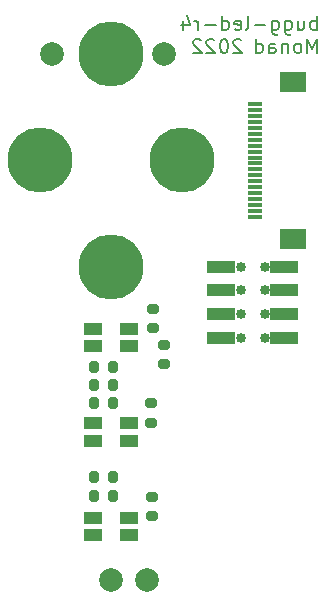
<source format=gbr>
%TF.GenerationSoftware,KiCad,Pcbnew,6.99.0-1.20221101gitf80c150.fc36*%
%TF.CreationDate,2022-11-27T20:33:11+00:00*%
%TF.ProjectId,bugg-led-r4,62756767-2d6c-4656-942d-72342e6b6963,rev?*%
%TF.SameCoordinates,Original*%
%TF.FileFunction,Soldermask,Bot*%
%TF.FilePolarity,Negative*%
%FSLAX46Y46*%
G04 Gerber Fmt 4.6, Leading zero omitted, Abs format (unit mm)*
G04 Created by KiCad (PCBNEW 6.99.0-1.20221101gitf80c150.fc36) date 2022-11-27 20:33:11*
%MOMM*%
%LPD*%
G01*
G04 APERTURE LIST*
G04 Aperture macros list*
%AMRoundRect*
0 Rectangle with rounded corners*
0 $1 Rounding radius*
0 $2 $3 $4 $5 $6 $7 $8 $9 X,Y pos of 4 corners*
0 Add a 4 corners polygon primitive as box body*
4,1,4,$2,$3,$4,$5,$6,$7,$8,$9,$2,$3,0*
0 Add four circle primitives for the rounded corners*
1,1,$1+$1,$2,$3*
1,1,$1+$1,$4,$5*
1,1,$1+$1,$6,$7*
1,1,$1+$1,$8,$9*
0 Add four rect primitives between the rounded corners*
20,1,$1+$1,$2,$3,$4,$5,0*
20,1,$1+$1,$4,$5,$6,$7,0*
20,1,$1+$1,$6,$7,$8,$9,0*
20,1,$1+$1,$8,$9,$2,$3,0*%
G04 Aperture macros list end*
%ADD10C,0.200000*%
%ADD11C,2.000000*%
%ADD12C,5.500000*%
%ADD13RoundRect,0.200000X0.200000X0.275000X-0.200000X0.275000X-0.200000X-0.275000X0.200000X-0.275000X0*%
%ADD14RoundRect,0.200000X-0.275000X0.200000X-0.275000X-0.200000X0.275000X-0.200000X0.275000X0.200000X0*%
%ADD15R,1.500000X1.100000*%
%ADD16C,0.850000*%
%ADD17R,2.350000X1.000000*%
%ADD18R,1.300000X0.300000*%
%ADD19R,2.200000X1.800000*%
G04 APERTURE END LIST*
D10*
X17414285Y11031142D02*
X17414285Y12231142D01*
X17414285Y11774000D02*
X17300000Y11831142D01*
X17300000Y11831142D02*
X17071428Y11831142D01*
X17071428Y11831142D02*
X16957142Y11774000D01*
X16957142Y11774000D02*
X16900000Y11716857D01*
X16900000Y11716857D02*
X16842857Y11602571D01*
X16842857Y11602571D02*
X16842857Y11259714D01*
X16842857Y11259714D02*
X16900000Y11145428D01*
X16900000Y11145428D02*
X16957142Y11088285D01*
X16957142Y11088285D02*
X17071428Y11031142D01*
X17071428Y11031142D02*
X17300000Y11031142D01*
X17300000Y11031142D02*
X17414285Y11088285D01*
X15814286Y11831142D02*
X15814286Y11031142D01*
X16328571Y11831142D02*
X16328571Y11202571D01*
X16328571Y11202571D02*
X16271428Y11088285D01*
X16271428Y11088285D02*
X16157143Y11031142D01*
X16157143Y11031142D02*
X15985714Y11031142D01*
X15985714Y11031142D02*
X15871428Y11088285D01*
X15871428Y11088285D02*
X15814286Y11145428D01*
X14728572Y11831142D02*
X14728572Y10859714D01*
X14728572Y10859714D02*
X14785714Y10745428D01*
X14785714Y10745428D02*
X14842857Y10688285D01*
X14842857Y10688285D02*
X14957143Y10631142D01*
X14957143Y10631142D02*
X15128572Y10631142D01*
X15128572Y10631142D02*
X15242857Y10688285D01*
X14728572Y11088285D02*
X14842857Y11031142D01*
X14842857Y11031142D02*
X15071429Y11031142D01*
X15071429Y11031142D02*
X15185714Y11088285D01*
X15185714Y11088285D02*
X15242857Y11145428D01*
X15242857Y11145428D02*
X15300000Y11259714D01*
X15300000Y11259714D02*
X15300000Y11602571D01*
X15300000Y11602571D02*
X15242857Y11716857D01*
X15242857Y11716857D02*
X15185714Y11774000D01*
X15185714Y11774000D02*
X15071429Y11831142D01*
X15071429Y11831142D02*
X14842857Y11831142D01*
X14842857Y11831142D02*
X14728572Y11774000D01*
X13642858Y11831142D02*
X13642858Y10859714D01*
X13642858Y10859714D02*
X13700000Y10745428D01*
X13700000Y10745428D02*
X13757143Y10688285D01*
X13757143Y10688285D02*
X13871429Y10631142D01*
X13871429Y10631142D02*
X14042858Y10631142D01*
X14042858Y10631142D02*
X14157143Y10688285D01*
X13642858Y11088285D02*
X13757143Y11031142D01*
X13757143Y11031142D02*
X13985715Y11031142D01*
X13985715Y11031142D02*
X14100000Y11088285D01*
X14100000Y11088285D02*
X14157143Y11145428D01*
X14157143Y11145428D02*
X14214286Y11259714D01*
X14214286Y11259714D02*
X14214286Y11602571D01*
X14214286Y11602571D02*
X14157143Y11716857D01*
X14157143Y11716857D02*
X14100000Y11774000D01*
X14100000Y11774000D02*
X13985715Y11831142D01*
X13985715Y11831142D02*
X13757143Y11831142D01*
X13757143Y11831142D02*
X13642858Y11774000D01*
X13071429Y11488285D02*
X12157144Y11488285D01*
X11414287Y11031142D02*
X11528572Y11088285D01*
X11528572Y11088285D02*
X11585715Y11202571D01*
X11585715Y11202571D02*
X11585715Y12231142D01*
X10500001Y11088285D02*
X10614287Y11031142D01*
X10614287Y11031142D02*
X10842859Y11031142D01*
X10842859Y11031142D02*
X10957144Y11088285D01*
X10957144Y11088285D02*
X11014287Y11202571D01*
X11014287Y11202571D02*
X11014287Y11659714D01*
X11014287Y11659714D02*
X10957144Y11774000D01*
X10957144Y11774000D02*
X10842859Y11831142D01*
X10842859Y11831142D02*
X10614287Y11831142D01*
X10614287Y11831142D02*
X10500001Y11774000D01*
X10500001Y11774000D02*
X10442859Y11659714D01*
X10442859Y11659714D02*
X10442859Y11545428D01*
X10442859Y11545428D02*
X11014287Y11431142D01*
X9414288Y11031142D02*
X9414288Y12231142D01*
X9414288Y11088285D02*
X9528573Y11031142D01*
X9528573Y11031142D02*
X9757145Y11031142D01*
X9757145Y11031142D02*
X9871430Y11088285D01*
X9871430Y11088285D02*
X9928573Y11145428D01*
X9928573Y11145428D02*
X9985716Y11259714D01*
X9985716Y11259714D02*
X9985716Y11602571D01*
X9985716Y11602571D02*
X9928573Y11716857D01*
X9928573Y11716857D02*
X9871430Y11774000D01*
X9871430Y11774000D02*
X9757145Y11831142D01*
X9757145Y11831142D02*
X9528573Y11831142D01*
X9528573Y11831142D02*
X9414288Y11774000D01*
X8842859Y11488285D02*
X7928574Y11488285D01*
X7357145Y11031142D02*
X7357145Y11831142D01*
X7357145Y11602571D02*
X7300002Y11716857D01*
X7300002Y11716857D02*
X7242860Y11774000D01*
X7242860Y11774000D02*
X7128574Y11831142D01*
X7128574Y11831142D02*
X7014288Y11831142D01*
X6100003Y11831142D02*
X6100003Y11031142D01*
X6385717Y12288285D02*
X6671431Y11431142D01*
X6671431Y11431142D02*
X5928574Y11431142D01*
X17414285Y9087142D02*
X17414285Y10287142D01*
X17414285Y10287142D02*
X17014285Y9430000D01*
X17014285Y9430000D02*
X16614285Y10287142D01*
X16614285Y10287142D02*
X16614285Y9087142D01*
X15871428Y9087142D02*
X15985713Y9144285D01*
X15985713Y9144285D02*
X16042856Y9201428D01*
X16042856Y9201428D02*
X16099999Y9315714D01*
X16099999Y9315714D02*
X16099999Y9658571D01*
X16099999Y9658571D02*
X16042856Y9772857D01*
X16042856Y9772857D02*
X15985713Y9830000D01*
X15985713Y9830000D02*
X15871428Y9887142D01*
X15871428Y9887142D02*
X15699999Y9887142D01*
X15699999Y9887142D02*
X15585713Y9830000D01*
X15585713Y9830000D02*
X15528571Y9772857D01*
X15528571Y9772857D02*
X15471428Y9658571D01*
X15471428Y9658571D02*
X15471428Y9315714D01*
X15471428Y9315714D02*
X15528571Y9201428D01*
X15528571Y9201428D02*
X15585713Y9144285D01*
X15585713Y9144285D02*
X15699999Y9087142D01*
X15699999Y9087142D02*
X15871428Y9087142D01*
X14957142Y9887142D02*
X14957142Y9087142D01*
X14957142Y9772857D02*
X14899999Y9830000D01*
X14899999Y9830000D02*
X14785714Y9887142D01*
X14785714Y9887142D02*
X14614285Y9887142D01*
X14614285Y9887142D02*
X14499999Y9830000D01*
X14499999Y9830000D02*
X14442857Y9715714D01*
X14442857Y9715714D02*
X14442857Y9087142D01*
X13357143Y9087142D02*
X13357143Y9715714D01*
X13357143Y9715714D02*
X13414285Y9830000D01*
X13414285Y9830000D02*
X13528571Y9887142D01*
X13528571Y9887142D02*
X13757143Y9887142D01*
X13757143Y9887142D02*
X13871428Y9830000D01*
X13357143Y9144285D02*
X13471428Y9087142D01*
X13471428Y9087142D02*
X13757143Y9087142D01*
X13757143Y9087142D02*
X13871428Y9144285D01*
X13871428Y9144285D02*
X13928571Y9258571D01*
X13928571Y9258571D02*
X13928571Y9372857D01*
X13928571Y9372857D02*
X13871428Y9487142D01*
X13871428Y9487142D02*
X13757143Y9544285D01*
X13757143Y9544285D02*
X13471428Y9544285D01*
X13471428Y9544285D02*
X13357143Y9601428D01*
X12271429Y9087142D02*
X12271429Y10287142D01*
X12271429Y9144285D02*
X12385714Y9087142D01*
X12385714Y9087142D02*
X12614286Y9087142D01*
X12614286Y9087142D02*
X12728571Y9144285D01*
X12728571Y9144285D02*
X12785714Y9201428D01*
X12785714Y9201428D02*
X12842857Y9315714D01*
X12842857Y9315714D02*
X12842857Y9658571D01*
X12842857Y9658571D02*
X12785714Y9772857D01*
X12785714Y9772857D02*
X12728571Y9830000D01*
X12728571Y9830000D02*
X12614286Y9887142D01*
X12614286Y9887142D02*
X12385714Y9887142D01*
X12385714Y9887142D02*
X12271429Y9830000D01*
X11037143Y10172857D02*
X10980000Y10230000D01*
X10980000Y10230000D02*
X10865715Y10287142D01*
X10865715Y10287142D02*
X10580000Y10287142D01*
X10580000Y10287142D02*
X10465715Y10230000D01*
X10465715Y10230000D02*
X10408572Y10172857D01*
X10408572Y10172857D02*
X10351429Y10058571D01*
X10351429Y10058571D02*
X10351429Y9944285D01*
X10351429Y9944285D02*
X10408572Y9772857D01*
X10408572Y9772857D02*
X11094286Y9087142D01*
X11094286Y9087142D02*
X10351429Y9087142D01*
X9608572Y10287142D02*
X9494286Y10287142D01*
X9494286Y10287142D02*
X9380000Y10230000D01*
X9380000Y10230000D02*
X9322858Y10172857D01*
X9322858Y10172857D02*
X9265715Y10058571D01*
X9265715Y10058571D02*
X9208572Y9830000D01*
X9208572Y9830000D02*
X9208572Y9544285D01*
X9208572Y9544285D02*
X9265715Y9315714D01*
X9265715Y9315714D02*
X9322858Y9201428D01*
X9322858Y9201428D02*
X9380000Y9144285D01*
X9380000Y9144285D02*
X9494286Y9087142D01*
X9494286Y9087142D02*
X9608572Y9087142D01*
X9608572Y9087142D02*
X9722858Y9144285D01*
X9722858Y9144285D02*
X9780000Y9201428D01*
X9780000Y9201428D02*
X9837143Y9315714D01*
X9837143Y9315714D02*
X9894286Y9544285D01*
X9894286Y9544285D02*
X9894286Y9830000D01*
X9894286Y9830000D02*
X9837143Y10058571D01*
X9837143Y10058571D02*
X9780000Y10172857D01*
X9780000Y10172857D02*
X9722858Y10230000D01*
X9722858Y10230000D02*
X9608572Y10287142D01*
X8751429Y10172857D02*
X8694286Y10230000D01*
X8694286Y10230000D02*
X8580001Y10287142D01*
X8580001Y10287142D02*
X8294286Y10287142D01*
X8294286Y10287142D02*
X8180001Y10230000D01*
X8180001Y10230000D02*
X8122858Y10172857D01*
X8122858Y10172857D02*
X8065715Y10058571D01*
X8065715Y10058571D02*
X8065715Y9944285D01*
X8065715Y9944285D02*
X8122858Y9772857D01*
X8122858Y9772857D02*
X8808572Y9087142D01*
X8808572Y9087142D02*
X8065715Y9087142D01*
X7608572Y10172857D02*
X7551429Y10230000D01*
X7551429Y10230000D02*
X7437144Y10287142D01*
X7437144Y10287142D02*
X7151429Y10287142D01*
X7151429Y10287142D02*
X7037144Y10230000D01*
X7037144Y10230000D02*
X6980001Y10172857D01*
X6980001Y10172857D02*
X6922858Y10058571D01*
X6922858Y10058571D02*
X6922858Y9944285D01*
X6922858Y9944285D02*
X6980001Y9772857D01*
X6980001Y9772857D02*
X7665715Y9087142D01*
X7665715Y9087142D02*
X6922858Y9087142D01*
D11*
%TO.C,H205*%
X4500000Y9000000D03*
%TD*%
%TO.C,H206*%
X0Y-35500000D03*
%TD*%
D12*
%TO.C,H204*%
X0Y-9000000D03*
%TD*%
%TO.C,H201*%
X6000000Y0D03*
%TD*%
%TO.C,H203*%
X0Y9000000D03*
%TD*%
%TO.C,H202*%
X-6000000Y0D03*
%TD*%
D13*
%TO.C,R206*%
X175000Y-28400000D03*
X-1475000Y-28400000D03*
%TD*%
D11*
%TO.C,FID1*%
X-5000000Y9000000D03*
%TD*%
%TO.C,FID2*%
X3000000Y-35500000D03*
%TD*%
D14*
%TO.C,R203*%
X3450000Y-28475000D03*
X3450000Y-30125000D03*
%TD*%
D13*
%TO.C,R209*%
X175000Y-26800000D03*
X-1475000Y-26800000D03*
%TD*%
D15*
%TO.C,LED203*%
X-1499999Y-31749999D03*
X1499999Y-31749999D03*
X1499999Y-30249999D03*
X-1499999Y-30249999D03*
%TD*%
D16*
%TO.C,J201*%
X13000000Y-15000000D03*
X13000000Y-13000000D03*
X13000000Y-11000000D03*
X13000000Y-9000000D03*
X11000000Y-15000000D03*
X11000000Y-13000000D03*
X11000000Y-11000000D03*
X11000000Y-9000000D03*
D17*
X9324999Y-8999999D03*
X14674999Y-8999999D03*
X9324999Y-10999999D03*
X14674999Y-10999999D03*
X9324999Y-12999999D03*
X14674999Y-12999999D03*
X9324999Y-14999999D03*
X14674999Y-14999999D03*
%TD*%
D14*
%TO.C,R201*%
X3550000Y-12575000D03*
X3550000Y-14225000D03*
%TD*%
D15*
%TO.C,LED202*%
X-1499999Y-23749999D03*
X1499999Y-23749999D03*
X1499999Y-22249999D03*
X-1499999Y-22249999D03*
%TD*%
D13*
%TO.C,R205*%
X175000Y-20500000D03*
X-1475000Y-20500000D03*
%TD*%
D14*
%TO.C,R202*%
X3350000Y-20575000D03*
X3350000Y-22225000D03*
%TD*%
D15*
%TO.C,LED201*%
X-1499999Y-15749999D03*
X1499999Y-15749999D03*
X1499999Y-14249999D03*
X-1499999Y-14249999D03*
%TD*%
D13*
%TO.C,R208*%
X175000Y-19000000D03*
X-1475000Y-19000000D03*
%TD*%
D14*
%TO.C,R204*%
X4450000Y-15625000D03*
X4450000Y-17275000D03*
%TD*%
D13*
%TO.C,R207*%
X175000Y-17450000D03*
X-1475000Y-17450000D03*
%TD*%
D18*
%TO.C,J202*%
X12149999Y4749999D03*
X12149999Y4249999D03*
X12149999Y3749999D03*
X12149999Y3249999D03*
X12149999Y2749999D03*
X12149999Y2249999D03*
X12149999Y1749999D03*
X12149999Y1249999D03*
X12149999Y749999D03*
X12149999Y249999D03*
X12149999Y-249999D03*
X12149999Y-749999D03*
X12149999Y-1249999D03*
X12149999Y-1749999D03*
X12149999Y-2249999D03*
X12149999Y-2749999D03*
X12149999Y-3249999D03*
X12149999Y-3749999D03*
X12149999Y-4249999D03*
X12149999Y-4749999D03*
D19*
X15399999Y6649999D03*
X15399999Y-6649999D03*
%TD*%
M02*

</source>
